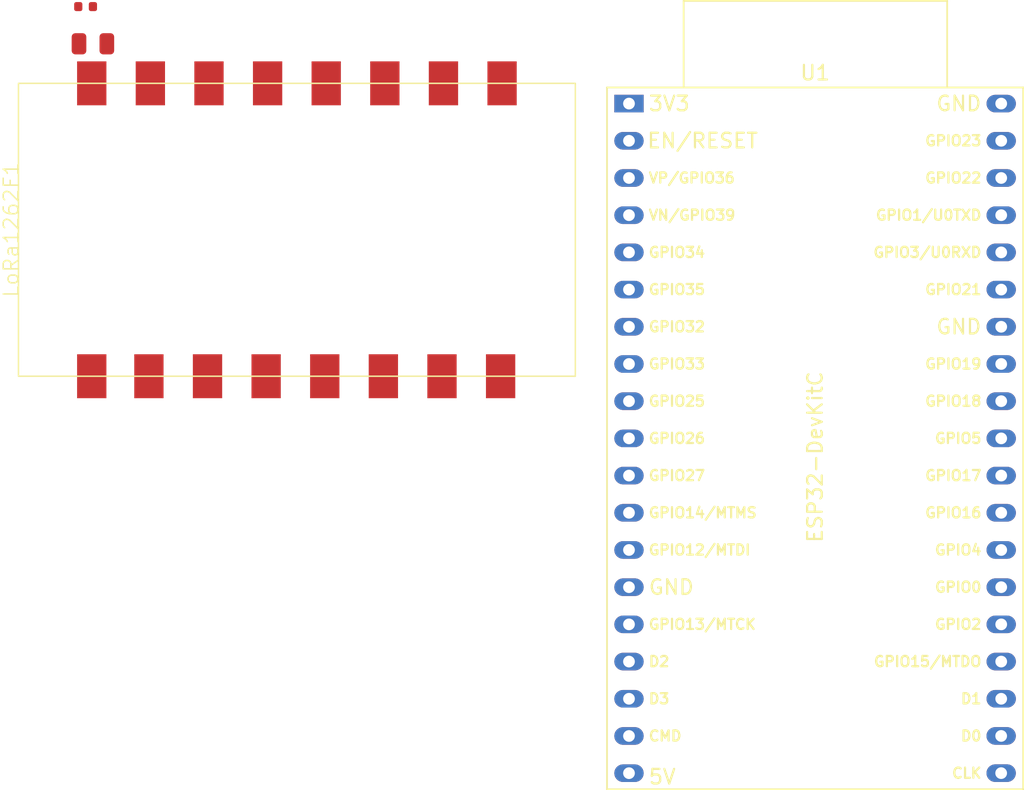
<source format=kicad_pcb>
(kicad_pcb (version 20240108) (generator "pcbnew") (generator_version "8.0")
  (layers (0 "F.Cu" signal) (31 "B.Cu" signal) (34 "B.Paste" user) (35 "F.Paste" user) (36 "B.SilkS" user "B.Silkscreen") (37 "F.SilkS" user "F.Silkscreen") (38 "B.Mask" user) (39 "F.Mask" user) (44 "Edge.Cuts" user))
  (net 0 "")
  (net 37 "Net-(LoRa1262F1-VCC)")
  (net 38 "GND")
  (net 39 "/VSPI_MOSI")
  (net 40 "/ANT_GND")
  (net 41 "/LORA_NRESET")
  (net 42 "/VSPI_CLK")
  (net 43 "/VSPI_CS")
  (net 44 "/LORA_BUSY")
  (net 45 "/ANT")
  (net 46 "/VSPI_MISO")
  (footprint "JLCPCB-Kicad-Footprints:C_0402" (layer "F.Cu") (at 111.26 73.66)
    (property "Reference" "C1" (hide yes))
    (property "Value" "100nF")
    (pad "1" smd roundrect (at -0.5 0) (size 0.56 0.62) (layers "F.Cu" "F.Paste" "F.Mask") (net 37 "Net-(LoRa1262F1-VCC)"))
    (pad "2" smd roundrect (at 0.5 0) (size 0.56 0.62) (layers "F.Cu" "F.Paste" "F.Mask") (net 38 "GND"))
  )
  (footprint "PCM_Espressif:ESP32-DevKitC" (layer "F.Cu") (at 148.34 80.28312)
    (property "Reference" "U1" (at 12.7 -2.1 0) (layer "F.SilkS"))
    (property "Value" "ESP32-DevKitC" (at 12.7 24.13 90) (layer "F.SilkS"))
    (fp_line (start -1.5 46.82) (end 26.899999 46.82) (stroke (width 0.12)) (layer "F.SilkS"))
    (fp_line (start -1.499999 -1.1) (end -1.5 46.82) (stroke (width 0.12)) (layer "F.SilkS"))
    (fp_line (start 3.73012 -7.01312) (end 21.71332 -7.01312) (stroke (width 0.12)) (layer "F.SilkS"))
    (fp_line (start 3.73012 -1.12032) (end 3.73012 -7.01312) (stroke (width 0.12)) (layer "F.SilkS"))
    (fp_line (start 21.71332 -7.01312) (end 21.71332 -1.12032) (stroke (width 0.12)) (layer "F.SilkS"))
    (fp_line (start 26.899999 46.82) (end 26.9 -1.1) (stroke (width 0.12)) (layer "F.SilkS"))
    (fp_line (start 26.9 -1.1) (end -1.499999 -1.1) (stroke (width 0.12)) (layer "F.SilkS"))
    (fp_text user "GPIO25" (at 1.27 20.32 0) (layer "F.SilkS") (effects (font (size 0.7 0.7)) (justify left)))
    (fp_text user "GPIO18" (at 24.13 20.32 0) (layer "F.SilkS") (effects (font (size 0.7 0.7)) (justify right)))
    (fp_text user "GPIO12/MTDI" (at 1.27 30.48 0) (layer "F.SilkS") (effects (font (size 0.7 0.7)) (justify left)))
    (fp_text user "GPIO15/MTDO" (at 24.13 38.1 0) (layer "F.SilkS") (effects (font (size 0.7 0.7)) (justify right)))
    (fp_text user "GPIO4" (at 24.13 30.48 0) (layer "F.SilkS") (effects (font (size 0.7 0.7)) (justify right)))
    (fp_text user "GPIO21" (at 24.13 12.7 0) (layer "F.SilkS") (effects (font (size 0.7 0.7)) (justify right)))
    (fp_text user "GPIO16" (at 24.13 27.94 0) (layer "F.SilkS") (effects (font (size 0.7 0.7)) (justify right)))
    (fp_text user "VN/GPIO39" (at 1.27 7.62 0) (layer "F.SilkS") (effects (font (size 0.7 0.7)) (justify left)))
    (fp_text user "GPIO13/MTCK" (at 1.27 35.56 0) (layer "F.SilkS") (effects (font (size 0.7 0.7)) (justify left)))
    (fp_text user "GND" (at 1.27 33.02 0) (layer "F.SilkS") (effects (justify left)))
    (fp_text user "3V3" (at 1.27 0 0) (layer "F.SilkS") (effects (justify left)))
    (fp_text user "D0" (at 24.13 43.18 0) (layer "F.SilkS") (effects (font (size 0.7 0.7)) (justify right)))
    (fp_text user "GPIO26" (at 1.27 22.86 0) (layer "F.SilkS") (effects (font (size 0.7 0.7)) (justify left)))
    (fp_text user "GPIO14/MTMS" (at 1.27 27.94 0) (layer "F.SilkS") (effects (font (size 0.7 0.7)) (justify left)))
    (fp_text user "GPIO35" (at 1.27 12.7 0) (layer "F.SilkS") (effects (font (size 0.7 0.7)) (justify left)))
    (fp_text user "GPIO1/U0TXD" (at 24.13 7.62 0) (layer "F.SilkS") (effects (font (size 0.7 0.7)) (justify right)))
    (fp_text user "GND" (at 24.13 0 0) (layer "F.SilkS") (effects (justify right)))
    (fp_text user "GPIO0" (at 24.13 33.02 0) (layer "F.SilkS") (effects (font (size 0.7 0.7)) (justify right)))
    (fp_text user "GPIO34" (at 1.27 10.16 0) (layer "F.SilkS") (effects (font (size 0.7 0.7)) (justify left)))
    (fp_text user "GPIO5" (at 24.13 22.86 0) (layer "F.SilkS") (effects (font (size 0.7 0.7)) (justify right)))
    (fp_text user "GPIO19" (at 24.13 17.78 0) (layer "F.SilkS") (effects (font (size 0.7 0.7)) (justify right)))
    (fp_text user "GPIO3/U0RXD" (at 24.13 10.16 0) (layer "F.SilkS") (effects (font (size 0.7 0.7)) (justify right)))
    (fp_text user "D3" (at 1.27 40.64 0) (layer "F.SilkS") (effects (font (size 0.7 0.7)) (justify left)))
    (fp_text user "D2" (at 1.27 38.1 0) (layer "F.SilkS") (effects (font (size 0.7 0.7)) (justify left)))
    (fp_text user "D1" (at 24.13 40.64 0) (layer "F.SilkS") (effects (font (size 0.7 0.7)) (justify right)))
    (fp_text user "GPIO27" (at 1.27 25.4 0) (layer "F.SilkS") (effects (font (size 0.7 0.7)) (justify left)))
    (fp_text user "CMD" (at 1.27 43.18 0) (layer "F.SilkS") (effects (font (size 0.7 0.7)) (justify left)))
    (fp_text user "VP/GPIO36" (at 1.27 5.08 0) (layer "F.SilkS") (effects (font (size 0.7 0.7)) (justify left)))
    (fp_text user "GPIO23" (at 24.13 2.54 0) (layer "F.SilkS") (effects (font (size 0.7 0.7)) (justify right)))
    (fp_text user "5V" (at 1.26632 45.97128 0) (layer "F.SilkS") (effects (justify left)))
    (fp_text user "GPIO17" (at 24.13 25.4 0) (layer "F.SilkS") (effects (font (size 0.7 0.7)) (justify right)))
    (fp_text user "CLK" (at 24.13 45.72 0) (layer "F.SilkS") (effects (font (size 0.7 0.7)) (justify right)))
    (fp_text user "GND" (at 24.13 15.24 0) (layer "F.SilkS") (effects (justify right)))
    (fp_text user "GPIO2" (at 24.13 35.56 0) (layer "F.SilkS") (effects (font (size 0.7 0.7)) (justify right)))
    (fp_text user "GPIO22" (at 24.13 5.08 0) (layer "F.SilkS") (effects (font (size 0.7 0.7)) (justify right)))
    (fp_text user "EN/RESET" (at 8.88632 2.53728 0) (layer "F.SilkS") (effects (justify right)))
    (fp_text user "GPIO33" (at 1.27 17.78 0) (layer "F.SilkS") (effects (font (size 0.7 0.7)) (justify left)))
    (fp_text user "GPIO32" (at 1.27 15.24 0) (layer "F.SilkS") (effects (font (size 0.7 0.7)) (justify left)))
    (pad "1" thru_hole rect (at 0 0 270) (size 1.2 2) (drill 0.8) (layers "*.Cu" "*.Mask"))
    (pad "2" thru_hole oval (at 0 2.54 270) (size 1.2 2) (drill 0.8) (layers "*.Cu" "*.Mask"))
    (pad "3" thru_hole oval (at 0 5.08 270) (size 1.2 2) (drill 0.8) (layers "*.Cu" "*.Mask"))
    (pad "4" thru_hole oval (at 0 7.62 270) (size 1.2 2) (drill 0.8) (layers "*.Cu" "*.Mask"))
    (pad "5" thru_hole oval (at 0 10.16 270) (size 1.2 2) (drill 0.8) (layers "*.Cu" "*.Mask"))
    (pad "6" thru_hole oval (at 0 12.7 270) (size 1.2 2) (drill 0.8) (layers "*.Cu" "*.Mask"))
    (pad "7" thru_hole oval (at 0 15.24 270) (size 1.2 2) (drill 0.8) (layers "*.Cu" "*.Mask"))
    (pad "8" thru_hole oval (at 0 17.78 270) (size 1.2 2) (drill 0.8) (layers "*.Cu" "*.Mask"))
    (pad "9" thru_hole oval (at 0 20.32 270) (size 1.2 2) (drill 0.8) (layers "*.Cu" "*.Mask"))
    (pad "10" thru_hole oval (at 0 22.86 270) (size 1.2 2) (drill 0.8) (layers "*.Cu" "*.Mask"))
    (pad "11" thru_hole oval (at 0 25.4 270) (size 1.2 2) (drill 0.8) (layers "*.Cu" "*.Mask"))
    (pad "12" thru_hole oval (at 0 27.94 270) (size 1.2 2) (drill 0.8) (layers "*.Cu" "*.Mask"))
    (pad "13" thru_hole oval (at 0 30.48 270) (size 1.2 2) (drill 0.8) (layers "*.Cu" "*.Mask"))
    (pad "14" thru_hole oval (at 0 33.02 270) (size 1.2 2) (drill 0.8) (layers "*.Cu" "*.Mask") (net 38 "GND"))
    (pad "15" thru_hole oval (at 0 35.56 270) (size 1.2 2) (drill 0.8) (layers "*.Cu" "*.Mask"))
    (pad "16" thru_hole oval (at 0 38.1 270) (size 1.2 2) (drill 0.8) (layers "*.Cu" "*.Mask"))
    (pad "17" thru_hole oval (at 0 40.64 270) (size 1.2 2) (drill 0.8) (layers "*.Cu" "*.Mask"))
    (pad "18" thru_hole oval (at 0 43.18 270) (size 1.2 2) (drill 0.8) (layers "*.Cu" "*.Mask"))
    (pad "19" thru_hole oval (at 0 45.72 270) (size 1.2 2) (drill 0.8) (layers "*.Cu" "*.Mask"))
    (pad "20" thru_hole oval (at 25.39632 45.71728 270) (size 1.2 2) (drill 0.8) (layers "*.Cu" "*.Mask"))
    (pad "21" thru_hole oval (at 25.39632 43.17728 270) (size 1.2 2) (drill 0.8) (layers "*.Cu" "*.Mask"))
    (pad "22" thru_hole oval (at 25.4 40.64 270) (size 1.2 2) (drill 0.8) (layers "*.Cu" "*.Mask"))
    (pad "23" thru_hole oval (at 25.4 38.1 270) (size 1.2 2) (drill 0.8) (layers "*.Cu" "*.Mask"))
    (pad "24" thru_hole oval (at 25.4 35.56 270) (size 1.2 2) (drill 0.8) (layers "*.Cu" "*.Mask"))
    (pad "25" thru_hole oval (at 25.4 33.02 270) (size 1.2 2) (drill 0.8) (layers "*.Cu" "*.Mask"))
    (pad "26" thru_hole oval (at 25.4 30.48 270) (size 1.2 2) (drill 0.8) (layers "*.Cu" "*.Mask"))
    (pad "27" thru_hole oval (at 25.4 27.94 270) (size 1.2 2) (drill 0.8) (layers "*.Cu" "*.Mask"))
    (pad "28" thru_hole oval (at 25.4 25.4 270) (size 1.2 2) (drill 0.8) (layers "*.Cu" "*.Mask"))
    (pad "29" thru_hole oval (at 25.4 22.86 270) (size 1.2 2) (drill 0.8) (layers "*.Cu" "*.Mask") (net 43 "/VSPI_CS"))
    (pad "30" thru_hole oval (at 25.4 20.32 270) (size 1.2 2) (drill 0.8) (layers "*.Cu" "*.Mask") (net 42 "/VSPI_CLK"))
    (pad "31" thru_hole oval (at 25.4 17.78 270) (size 1.2 2) (drill 0.8) (layers "*.Cu" "*.Mask") (net 46 "/VSPI_MISO"))
    (pad "32" thru_hole oval (at 25.4 15.24 270) (size 1.2 2) (drill 0.8) (layers "*.Cu" "*.Mask") (net 38 "GND"))
    (pad "33" thru_hole oval (at 25.4 12.7 270) (size 1.2 2) (drill 0.8) (layers "*.Cu" "*.Mask"))
    (pad "34" thru_hole oval (at 25.4 10.16 270) (size 1.2 2) (drill 0.8) (layers "*.Cu" "*.Mask"))
    (pad "35" thru_hole oval (at 25.4 7.62 270) (size 1.2 2) (drill 0.8) (layers "*.Cu" "*.Mask"))
    (pad "36" thru_hole oval (at 25.4 5.08 270) (size 1.2 2) (drill 0.8) (layers "*.Cu" "*.Mask"))
    (pad "37" thru_hole oval (at 25.4 2.54 270) (size 1.2 2) (drill 0.8) (layers "*.Cu" "*.Mask") (net 39 "/VSPI_MOSI"))
    (pad "38" thru_hole oval (at 25.4 0 270) (size 1.2 2) (drill 0.8) (layers "*.Cu" "*.Mask") (net 38 "GND"))
  )
  (footprint "NiceRF:LoRa1262F30" (layer "F.Cu") (at 106.68 88.9 90)
    (property "Reference" "LoRa1262F1" (at 0 -0.5 90) (layer "F.SilkS") (effects (font (thickness 0.1))))
    (property "Value" "~")
    (fp_rect (start -10 0) (end 10 38) (stroke (width 0.1)) (fill none) (layer "F.SilkS"))
    (pad "1" smd rect (at 10 5 90) (size 3 2) (layers "F.Cu" "F.Paste" "F.Mask") (net 37 "Net-(LoRa1262F1-VCC)"))
    (pad "2" smd rect (at 10 9 90) (size 3 2) (layers "F.Cu" "F.Paste" "F.Mask") (net 38 "GND"))
    (pad "3" smd rect (at 10 13 90) (size 3 2) (layers "F.Cu" "F.Paste" "F.Mask"))
    (pad "4" smd rect (at 10 17 90) (size 3 2) (layers "F.Cu" "F.Paste" "F.Mask"))
    (pad "5" smd rect (at 10 21 90) (size 3 2) (layers "F.Cu" "F.Paste" "F.Mask") (net 41 "/LORA_NRESET"))
    (pad "6" smd rect (at 10 25 90) (size 3 2) (layers "F.Cu" "F.Paste" "F.Mask") (net 44 "/LORA_BUSY"))
    (pad "7" smd rect (at 10 29 90) (size 3 2) (layers "F.Cu" "F.Paste" "F.Mask") (net 43 "/VSPI_CS"))
    (pad "8" smd rect (at 10 33 90) (size 3 2) (layers "F.Cu" "F.Paste" "F.Mask") (net 38 "GND"))
    (pad "9" smd rect (at -10 32.9 90) (size 3 2) (layers "F.Cu" "F.Paste" "F.Mask") (net 42 "/VSPI_CLK"))
    (pad "10" smd rect (at -10 28.9 90) (size 3 2) (layers "F.Cu" "F.Paste" "F.Mask") (net 46 "/VSPI_MISO"))
    (pad "11" smd rect (at -10 24.9 90) (size 3 2) (layers "F.Cu" "F.Paste" "F.Mask") (net 39 "/VSPI_MOSI"))
    (pad "12" smd rect (at -10 20.9 90) (size 3 2) (layers "F.Cu" "F.Paste" "F.Mask"))
    (pad "13" smd rect (at -10 16.9 90) (size 3 2) (layers "F.Cu" "F.Paste" "F.Mask"))
    (pad "14" smd rect (at -10 12.9 90) (size 3 2) (layers "F.Cu" "F.Paste" "F.Mask"))
    (pad "15" smd rect (at -10 8.9 90) (size 3 2) (layers "F.Cu" "F.Paste" "F.Mask") (net 40 "/ANT_GND"))
    (pad "16" smd rect (at -10 5 90) (size 3 2) (layers "F.Cu" "F.Paste" "F.Mask") (net 45 "/ANT"))
  )
  (footprint "JLCPCB-Kicad-Footprints:C_0805" (layer "F.Cu") (at 111.76 76.2)
    (property "Reference" "C2" (hide yes))
    (property "Value" "47uF")
    (pad "1" smd roundrect (at -0.95 0) (size 1 1.45) (layers "F.Cu" "F.Paste" "F.Mask") (net 37 "Net-(LoRa1262F1-VCC)"))
    (pad "2" smd roundrect (at 0.95 0) (size 1 1.45) (layers "F.Cu" "F.Paste" "F.Mask") (net 38 "GND"))
  )
)
</source>
